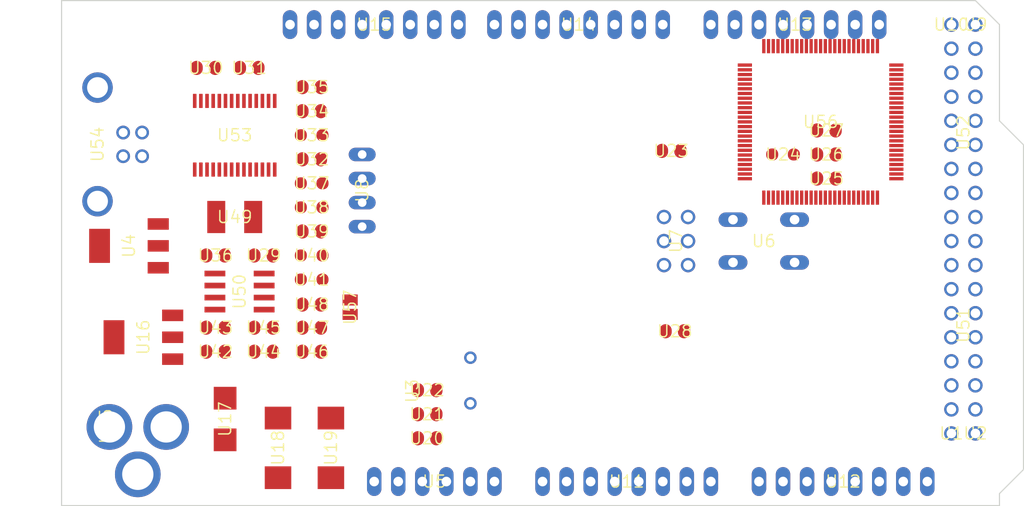
<source format=kicad_pcb>
(kicad_pcb (version 20221018) (generator pcbnew)
  (layers (0 "F.Cu" signal "Top") (31 "B.Cu" signal "Bottom") (34 "B.Paste" user) (35 "F.Paste" user) (36 "B.SilkS" user "B.Silkscreen") (37 "F.SilkS" user "F.Silkscreen") (38 "B.Mask" user) (39 "F.Mask" user) (44 "Edge.Cuts" user))
  (net 0 "")
  (net 1 "+5V")
  (net 2 "GND")
  (net 3 "N$6")
  (net 4 "N$7")
  (net 5 "AREF")
  (net 6 "RESET")
  (net 7 "VIN")
  (net 8 "N$3")
  (net 9 "PWRIN")
  (net 10 "M8RXD")
  (net 11 "M8TXD")
  (net 12 "ADC0")
  (net 13 "ADC2")
  (net 14 "ADC1")
  (net 15 "ADC3")
  (net 16 "ADC4")
  (net 17 "ADC5")
  (net 18 "ADC6")
  (net 19 "ADC7")
  (net 20 "+3V3")
  (net 21 "SDA")
  (net 22 "SCL")
  (net 23 "ADC9")
  (net 24 "ADC8")
  (net 25 "ADC10")
  (net 26 "ADC11")
  (net 27 "ADC12")
  (net 28 "ADC13")
  (net 29 "ADC14")
  (net 30 "ADC15")
  (net 31 "PB3")
  (net 32 "PB2")
  (net 33 "PB1")
  (net 34 "PB5")
  (net 35 "PB4")
  (net 36 "PE5")
  (net 37 "PE4")
  (net 38 "PE3")
  (net 39 "PE1")
  (net 40 "PE0")
  (net 41 "N$15")
  (net 42 "N$53")
  (net 43 "N$54")
  (net 44 "N$55")
  (net 45 "D-")
  (net 46 "D+")
  (net 47 "N$60")
  (net 48 "DTR")
  (net 49 "USBVCC")
  (net 50 "N$2")
  (net 51 "N$4")
  (net 52 "GATE_CMD")
  (net 53 "CMP")
  (net 54 "PB6")
  (net 55 "PH3")
  (net 56 "PH4")
  (net 57 "PH5")
  (net 58 "PH6")
  (net 59 "PG5")
  (net 60 "RXD1")
  (net 61 "TXD1")
  (net 62 "RXD2")
  (net 63 "RXD3")
  (net 64 "TXD2")
  (net 65 "TXD3")
  (net 66 "PC0")
  (net 67 "PC1")
  (net 68 "PC2")
  (net 69 "PC3")
  (net 70 "PC4")
  (net 71 "PC5")
  (net 72 "PC6")
  (net 73 "PC7")
  (net 74 "PB0")
  (net 75 "PG0")
  (net 76 "PG1")
  (net 77 "PG2")
  (net 78 "PD7")
  (net 79 "PA0")
  (net 80 "PA1")
  (net 81 "PA2")
  (net 82 "PA3")
  (net 83 "PA4")
  (net 84 "PA5")
  (net 85 "PA6")
  (net 86 "PA7")
  (net 87 "PL0")
  (net 88 "PL1")
  (net 89 "PL2")
  (net 90 "PL3")
  (net 91 "PL4")
  (net 92 "PL5")
  (net 93 "PL6")
  (net 94 "PL7")
  (net 95 "PB7")
  (net 96 "CTS")
  (net 97 "DSR")
  (net 98 "DCD")
  (net 99 "RI")
  (footprint "Arduino_MEGA_Reference_Design:2X03" (layer "F.Cu") (at 162.5981 103.7336 -90)
    (fp_text reference "U7")
    (fp_text value "")
  )
  (footprint "Arduino_MEGA_Reference_Design:1X08" (layer "F.Cu") (at 152.3111 80.8736 180)
    (fp_text reference "U14")
    (fp_text value "")
  )
  (footprint "Arduino_MEGA_Reference_Design:1X08" (layer "F.Cu") (at 130.7211 80.8736 180)
    (fp_text reference "U15")
    (fp_text value "")
  )
  (footprint "Arduino_MEGA_Reference_Design:SMC_D" (layer "F.Cu") (at 120.5611 125.5776 -90)
    (fp_text reference "U18")
    (fp_text value "")
  )
  (footprint "Arduino_MEGA_Reference_Design:SMC_D" (layer "F.Cu") (at 126.1491 125.5776 -90)
    (fp_text reference "U19")
    (fp_text value "")
  )
  (footprint "Arduino_MEGA_Reference_Design:B3F-10XX" (layer "F.Cu") (at 171.8691 103.7336 180)
    (fp_text reference "U6")
    (fp_text value "")
  )
  (footprint "Arduino_MEGA_Reference_Design:0805RND" (layer "F.Cu") (at 173.9011 94.5896 180)
    (fp_text reference "U24")
    (fp_text value "")
  )
  (footprint "Arduino_MEGA_Reference_Design:SMB" (layer "F.Cu") (at 114.9731 122.5296 -90)
    (fp_text reference "U17")
    (fp_text value "")
  )
  (footprint "Arduino_MEGA_Reference_Design:DC-21MM" (layer "F.Cu") (at 103.0351 123.2916 90)
    (fp_text reference "U55")
    (fp_text value "")
  )
  (footprint "Arduino_MEGA_Reference_Design:HC49_S" (layer "F.Cu") (at 140.8811 118.4656 90)
    (fp_text reference "U3")
    (fp_text value "")
  )
  (footprint "Arduino_MEGA_Reference_Design:SOT223" (layer "F.Cu") (at 106.3371 113.8936 90)
    (fp_text reference "U16")
    (fp_text value "")
  )
  (footprint "Arduino_MEGA_Reference_Design:1X06" (layer "F.Cu") (at 137.0711 129.1336)
    (fp_text reference "U5")
    (fp_text value "")
  )
  (footprint "Arduino_MEGA_Reference_Design:C0805RND" (layer "F.Cu") (at 124.1171 87.4776)
    (fp_text reference "U35")
    (fp_text value "")
  )
  (footprint "Arduino_MEGA_Reference_Design:C0805RND" (layer "F.Cu") (at 162.4711 113.2586)
    (fp_text reference "U28")
    (fp_text value "")
  )
  (footprint "Arduino_MEGA_Reference_Design:C0805RND" (layer "F.Cu") (at 136.3091 122.0216)
    (fp_text reference "U21")
    (fp_text value "")
  )
  (footprint "Arduino_MEGA_Reference_Design:C0805RND" (layer "F.Cu") (at 136.3091 119.4816)
    (fp_text reference "U22")
    (fp_text value "")
  )
  (footprint "Arduino_MEGA_Reference_Design:C0805RND" (layer "F.Cu") (at 113.9571 112.8776)
    (fp_text reference "U43")
    (fp_text value "")
  )
  (footprint "Arduino_MEGA_Reference_Design:RCL_0805RND" (layer "F.Cu") (at 124.1171 105.2576)
    (fp_text reference "U40")
    (fp_text value "")
  )
  (footprint "Arduino_MEGA_Reference_Design:RCL_0805RND" (layer "F.Cu") (at 124.1171 107.7976)
    (fp_text reference "U41")
    (fp_text value "")
  )
  (footprint "Arduino_MEGA_Reference_Design:1X08" (layer "F.Cu") (at 157.3911 129.1336)
    (fp_text reference "U11")
    (fp_text value "")
  )
  (footprint "Arduino_MEGA_Reference_Design:1X08" (layer "F.Cu") (at 175.1711 80.8736 180)
    (fp_text reference "U13")
    (fp_text value "")
  )
  (footprint "Arduino_MEGA_Reference_Design:R0805RND" (layer "F.Cu") (at 178.4731 94.5896 180)
    (fp_text reference "U26")
    (fp_text value "")
  )
  (footprint "Arduino_MEGA_Reference_Design:R0805RND" (layer "F.Cu") (at 178.4731 92.0496 180)
    (fp_text reference "U27")
    (fp_text value "")
  )
  (footprint "Arduino_MEGA_Reference_Design:TQFP100" (layer "F.Cu") (at 177.86915588378906 91.14759826660156 0)
    (fp_text reference "U56")
    (fp_text value "")
  )
  (footprint "Arduino_MEGA_Reference_Design:C0805RND" (layer "F.Cu") (at 162.0901 94.2086 180)
    (fp_text reference "U23")
    (fp_text value "")
  )
  (footprint "Arduino_MEGA_Reference_Design:C0805RND" (layer "F.Cu") (at 136.3091 124.5616)
    (fp_text reference "U20")
    (fp_text value "")
  )
  (footprint "Arduino_MEGA_Reference_Design:1X08" (layer "F.Cu") (at 180.2511 129.1336)
    (fp_text reference "U12")
    (fp_text value "")
  )
  (footprint "Arduino_MEGA_Reference_Design:R0805RND" (layer "F.Cu") (at 124.1171 112.8776)
    (fp_text reference "U47")
    (fp_text value "")
  )
  (footprint "Arduino_MEGA_Reference_Design:C0805RND" (layer "F.Cu") (at 124.1171 115.4176)
    (fp_text reference "U46")
    (fp_text value "")
  )
  (footprint "Arduino_MEGA_Reference_Design:C0805RND" (layer "F.Cu") (at 113.9571 105.2576)
    (fp_text reference "U36")
    (fp_text value "")
  )
  (footprint "Arduino_MEGA_Reference_Design:C0805RND" (layer "F.Cu") (at 112.9411 85.4456)
    (fp_text reference "U30")
    (fp_text value "")
  )
  (footprint "Arduino_MEGA_Reference_Design:0805RND" (layer "F.Cu") (at 124.1171 100.1776 180)
    (fp_text reference "U38")
    (fp_text value "")
  )
  (footprint "Arduino_MEGA_Reference_Design:0805RND" (layer "F.Cu") (at 124.1171 97.6376 180)
    (fp_text reference "U37")
    (fp_text value "")
  )
  (footprint "Arduino_MEGA_Reference_Design:R0805RND" (layer "F.Cu") (at 124.1171 95.0976)
    (fp_text reference "U32")
    (fp_text value "")
  )
  (footprint "Arduino_MEGA_Reference_Design:R0805RND" (layer "F.Cu") (at 124.1171 102.7176)
    (fp_text reference "U39")
    (fp_text value "")
  )
  (footprint "Arduino_MEGA_Reference_Design:SSOP28" (layer "F.Cu") (at 115.9891 92.5576)
    (fp_text reference "U53")
    (fp_text value "")
  )
  (footprint "Arduino_MEGA_Reference_Design:PN61729" (layer "F.Cu") (at 98.9584 93.5228 -90)
    (fp_text reference "U54")
    (fp_text value "")
  )
  (footprint "Arduino_MEGA_Reference_Design:L1812" (layer "F.Cu") (at 115.9891 101.1936)
    (fp_text reference "U49")
    (fp_text value "")
  )
  (footprint "Arduino_MEGA_Reference_Design:C0805RND" (layer "F.Cu") (at 117.5131 85.4456)
    (fp_text reference "U31")
    (fp_text value "")
  )
  (footprint "Arduino_MEGA_Reference_Design:0805RND" (layer "F.Cu") (at 124.1171 92.5576 180)
    (fp_text reference "U33")
    (fp_text value "")
  )
  (footprint "Arduino_MEGA_Reference_Design:R0805RND" (layer "F.Cu") (at 124.1171 90.0176 180)
    (fp_text reference "U34")
    (fp_text value "")
  )
  (footprint "Arduino_MEGA_Reference_Design:C0805RND" (layer "F.Cu") (at 124.1171 110.4392 180)
    (fp_text reference "U48")
    (fp_text value "")
  )
  (footprint "Arduino_MEGA_Reference_Design:SOT223" (layer "F.Cu") (at 104.8131 104.2416 90)
    (fp_text reference "U4")
    (fp_text value "")
  )
  (footprint "Arduino_MEGA_Reference_Design:SO08" (layer "F.Cu") (at 116.4971 109.0676 -90)
    (fp_text reference "U50")
    (fp_text value "")
  )
  (footprint "Arduino_MEGA_Reference_Design:R0805RND" (layer "F.Cu") (at 113.9571 115.4176 180)
    (fp_text reference "U42")
    (fp_text value "")
  )
  (footprint "Arduino_MEGA_Reference_Design:R0805RND" (layer "F.Cu") (at 119.0371 112.8776 180)
    (fp_text reference "U45")
    (fp_text value "")
  )
  (footprint "Arduino_MEGA_Reference_Design:C0805RND" (layer "F.Cu") (at 119.0371 115.4176 180)
    (fp_text reference "U44")
    (fp_text value "")
  )
  (footprint "Arduino_MEGA_Reference_Design:C0805RND" (layer "F.Cu") (at 119.0371 105.2576)
    (fp_text reference "U29")
    (fp_text value "")
  )
  (footprint "Arduino_MEGA_Reference_Design:2X08" (layer "F.Cu") (at 192.9511 92.3036 90)
    (fp_text reference "U52")
    (fp_text value "")
  )
  (footprint "Arduino_MEGA_Reference_Design:2X08" (layer "F.Cu") (at 192.9511 112.6236 90)
    (fp_text reference "U51")
    (fp_text value "")
  )
  (footprint "Arduino_MEGA_Reference_Design:R0805RND" (layer "F.Cu") (at 178.4731 97.1296 180)
    (fp_text reference "U25")
    (fp_text value "")
  )
  (footprint "Arduino_MEGA_Reference_Design:1X01" (layer "F.Cu") (at 191.6811 80.8736)
    (fp_text reference "U10")
    (fp_text value "")
  )
  (footprint "Arduino_MEGA_Reference_Design:1X01" (layer "F.Cu") (at 194.2211 80.8736)
    (fp_text reference "U9")
    (fp_text value "")
  )
  (footprint "Arduino_MEGA_Reference_Design:1X01" (layer "F.Cu") (at 191.6811 124.0536)
    (fp_text reference "U1")
    (fp_text value "")
  )
  (footprint "Arduino_MEGA_Reference_Design:1X01" (layer "F.Cu") (at 194.2211 124.0536)
    (fp_text reference "U2")
    (fp_text value "")
  )
  (footprint "Arduino_MEGA_Reference_Design:SJ" (layer "F.Cu") (at 128.1811 110.7186 -90)
    (fp_text reference "U57")
    (fp_text value "")
  )
  (footprint "Arduino_MEGA_Reference_Design:JP4" (layer "F.Cu") (at 129.4511 98.3996 -90)
    (fp_text reference "U8")
    (fp_text value "")
  )
  (gr_line (start 196.7611 80.8736) (end 196.7611 91.0336) (layer "Edge.Cuts") (width 0.12))
  (gr_line (start 196.7611 130.4036) (end 196.7611 131.6736) (layer "Edge.Cuts") (width 0.12))
  (gr_line (start 194.2211 78.3336) (end 196.7611 80.8736) (layer "Edge.Cuts") (width 0.12))
  (gr_line (start 97.7011 78.3336) (end 194.2211 78.3336) (layer "Edge.Cuts") (width 0.12))
  (gr_line (start 196.7611 91.0336) (end 199.3011 93.5736) (layer "Edge.Cuts") (width 0.12))
  (gr_line (start 97.7011 131.6736) (end 97.7011 78.3336) (layer "Edge.Cuts") (width 0.12))
  (gr_line (start 196.7611 131.6736) (end 97.7011 131.6736) (layer "Edge.Cuts") (width 0.12))
  (gr_line (start 199.3011 93.5736) (end 199.3011 127.8636) (layer "Edge.Cuts") (width 0.12))
  (gr_line (start 199.3011 127.8636) (end 196.7611 130.4036) (layer "Edge.Cuts") (width 0.12))
)
</source>
